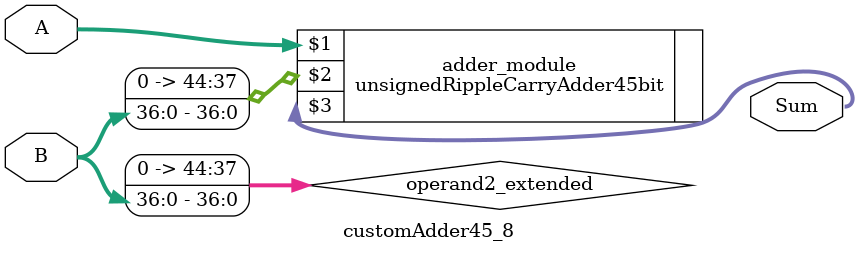
<source format=v>
module customAdder45_8(
                        input [44 : 0] A,
                        input [36 : 0] B,
                        
                        output [45 : 0] Sum
                );

        wire [44 : 0] operand2_extended;
        
        assign operand2_extended =  {8'b0, B};
        
        unsignedRippleCarryAdder45bit adder_module(
            A,
            operand2_extended,
            Sum
        );
        
        endmodule
        
</source>
